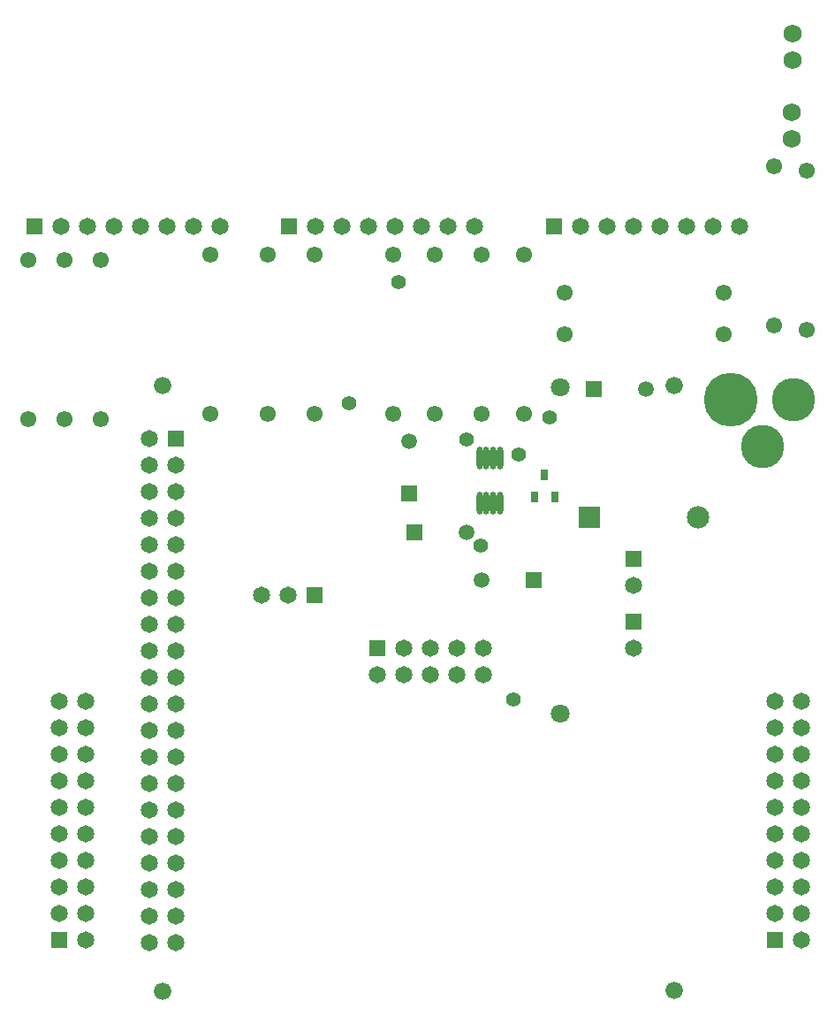
<source format=gbr>
G04 Layer_Color=8388736*
%FSLAX45Y45*%
%MOMM*%
%TF.FileFunction,Soldermask,Top*%
%TF.Part,Single*%
G01*
G75*
%TA.AperFunction,SMDPad,CuDef*%
%ADD51R,0.75000X1.00000*%
%ADD52O,0.60000X2.15000*%
%TA.AperFunction,ComponentPad*%
%ADD53C,5.15000*%
%ADD54C,4.15000*%
%ADD55C,1.65000*%
%ADD56R,1.65000X1.65000*%
%ADD57C,1.55000*%
%ADD58R,1.50000X1.50000*%
%ADD59C,1.50000*%
%TA.AperFunction,ViaPad*%
%ADD60C,1.67400*%
%TA.AperFunction,ComponentPad*%
%ADD61R,1.65000X1.65000*%
%ADD62R,1.50000X1.50000*%
%ADD63R,2.15000X2.15000*%
%ADD64C,2.15000*%
%ADD65C,1.80000*%
%ADD66C,1.75000*%
%TA.AperFunction,ViaPad*%
%ADD67C,1.42000*%
D51*
X10899997Y10807503D02*
D03*
X10994998Y10592502D02*
D03*
X10804996D02*
D03*
D52*
X10472501Y10965002D02*
D03*
X10407503D02*
D03*
X10342499D02*
D03*
X10277500D02*
D03*
X10472501Y10535001D02*
D03*
X10407503D02*
D03*
X10342499D02*
D03*
X10277500D02*
D03*
D53*
X12684999Y11525001D02*
D03*
D54*
X13285004D02*
D03*
X12984998Y11074999D02*
D03*
D55*
X11749998Y9146001D02*
D03*
Y9746001D02*
D03*
X9296400Y8890000D02*
D03*
X9550400Y9144000D02*
D03*
Y8890000D02*
D03*
X9804400Y9144000D02*
D03*
Y8890000D02*
D03*
X10058400Y9144000D02*
D03*
Y8890000D02*
D03*
X10312400Y9144000D02*
D03*
Y8890000D02*
D03*
X12770896Y13184302D02*
D03*
X12516896D02*
D03*
X12262896D02*
D03*
X12008896D02*
D03*
X11754896D02*
D03*
X11500896D02*
D03*
X11246896D02*
D03*
X10230896D02*
D03*
X9976896D02*
D03*
X9722896D02*
D03*
X9468896D02*
D03*
X9214896D02*
D03*
X8960896D02*
D03*
X8706896D02*
D03*
X7792496D02*
D03*
X7538496D02*
D03*
X7284496D02*
D03*
X7030496D02*
D03*
X6776496D02*
D03*
X6522496D02*
D03*
X6268496D02*
D03*
X13360400Y6350000D02*
D03*
X13106400Y6604000D02*
D03*
X13360400D02*
D03*
X13106400Y6858000D02*
D03*
X13360400D02*
D03*
X13106400Y7112000D02*
D03*
X13360400D02*
D03*
X13106400Y7366000D02*
D03*
X13360400D02*
D03*
X13106400Y7620000D02*
D03*
X13360400D02*
D03*
X13106400Y7874000D02*
D03*
X13360400D02*
D03*
X13106400Y8128000D02*
D03*
X13360400D02*
D03*
X13106400Y8382000D02*
D03*
X13360400D02*
D03*
X13106400Y8636000D02*
D03*
X13360400D02*
D03*
X6502400Y6350000D02*
D03*
X6248400Y6604000D02*
D03*
X6502400D02*
D03*
X6248400Y6858000D02*
D03*
X6502400D02*
D03*
X6248400Y7112000D02*
D03*
X6502400D02*
D03*
X6248400Y7366000D02*
D03*
X6502400D02*
D03*
X6248400Y7620000D02*
D03*
X6502400D02*
D03*
X6248400Y7874000D02*
D03*
X6502400D02*
D03*
X6248400Y8128000D02*
D03*
X6502400D02*
D03*
X6248400Y8382000D02*
D03*
X6502400D02*
D03*
X6248400Y8636000D02*
D03*
X6502400D02*
D03*
X7112000Y11150600D02*
D03*
X7366000Y10896600D02*
D03*
X7112000D02*
D03*
X7366000Y10642600D02*
D03*
X7112000D02*
D03*
X7366000Y10388600D02*
D03*
X7112000D02*
D03*
X7366000Y10134600D02*
D03*
X7112000D02*
D03*
X7366000Y9880600D02*
D03*
X7112000D02*
D03*
X7366000Y9626600D02*
D03*
X7112000D02*
D03*
X7366000Y9372600D02*
D03*
X7112000D02*
D03*
X7366000Y9118600D02*
D03*
X7112000D02*
D03*
X7366000Y8864600D02*
D03*
X7112000D02*
D03*
X7366000Y8610600D02*
D03*
X7112000D02*
D03*
X7366000Y8356600D02*
D03*
X7112000D02*
D03*
X7366000Y8102600D02*
D03*
X7112000D02*
D03*
X7366000Y7848600D02*
D03*
X7112000D02*
D03*
X7366000Y7594600D02*
D03*
X7112000D02*
D03*
X7366000Y7340600D02*
D03*
X7112000D02*
D03*
X7366000Y7086600D02*
D03*
X7112000D02*
D03*
X7366000Y6832600D02*
D03*
X7112000D02*
D03*
X7366000Y6578600D02*
D03*
X7112000D02*
D03*
X7366000Y6324600D02*
D03*
X7112000D02*
D03*
X8192002Y9649998D02*
D03*
X8446002D02*
D03*
D56*
X11749998Y9400001D02*
D03*
Y10000001D02*
D03*
X13106400Y6350000D02*
D03*
X6248400D02*
D03*
X7366000Y11150600D02*
D03*
D57*
X13099998Y12238000D02*
D03*
Y13762000D02*
D03*
X5950001Y12861996D02*
D03*
Y11337996D02*
D03*
X6300003D02*
D03*
Y12861996D02*
D03*
X6649999Y12862001D02*
D03*
Y11338001D02*
D03*
X7700000Y11387999D02*
D03*
Y12912000D02*
D03*
X12611999Y12549998D02*
D03*
X11087999D02*
D03*
X12611999Y12149999D02*
D03*
X11087999D02*
D03*
X10300000Y12912000D02*
D03*
Y11387999D02*
D03*
X10699999Y12912000D02*
D03*
Y11387999D02*
D03*
X8699998D02*
D03*
Y12912000D02*
D03*
X9849998Y11387999D02*
D03*
Y12912000D02*
D03*
X8250001D02*
D03*
Y11387999D02*
D03*
X9449999Y12912000D02*
D03*
Y11387999D02*
D03*
X13411200Y12192000D02*
D03*
Y13716000D02*
D03*
D58*
X9600001Y10624998D02*
D03*
D59*
Y11125002D02*
D03*
X10300000Y9800001D02*
D03*
X10150004Y10249998D02*
D03*
X11875003Y11625001D02*
D03*
D60*
X12139000Y11662999D02*
D03*
X7239000Y5863001D02*
D03*
X12139000Y5871799D02*
D03*
X7239000Y11662999D02*
D03*
D61*
X9296400Y9144000D02*
D03*
X10992896Y13184302D02*
D03*
X8452896D02*
D03*
X6014496D02*
D03*
X8700002Y9649998D02*
D03*
D62*
X10800004Y9800001D02*
D03*
X9650000Y10249998D02*
D03*
X11374999Y11625001D02*
D03*
D63*
X11327002Y10400000D02*
D03*
D64*
X12373000D02*
D03*
D65*
X11052002Y11640000D02*
D03*
Y8520000D02*
D03*
D66*
X13271500Y14021501D02*
D03*
Y14275500D02*
D03*
X13273003Y15027000D02*
D03*
Y14773000D02*
D03*
D67*
X10950000Y11350000D02*
D03*
X10600000Y8650000D02*
D03*
X9500000Y12650000D02*
D03*
X10289540Y10129520D02*
D03*
X9029700Y11485880D02*
D03*
X10150500Y11140440D02*
D03*
X10650000Y11000000D02*
D03*
%TF.MD5,2790A0DC565CDC6B163F86BD7C5B0053*%
M02*

</source>
